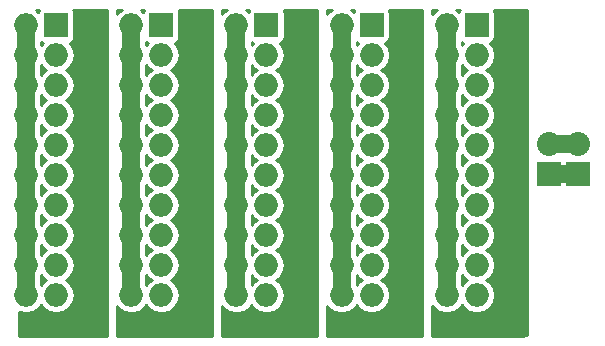
<source format=gbl>
G04 #@! TF.GenerationSoftware,KiCad,Pcbnew,(2017-01-20 revision 550a1ea)-makepkg*
G04 #@! TF.CreationDate,2017-01-21T19:12:54+01:00*
G04 #@! TF.ProjectId,dekada,64656B6164612E6B696361645F706362,rev?*
G04 #@! TF.FileFunction,Copper,L2,Bot,Signal*
G04 #@! TF.FilePolarity,Positive*
%FSLAX46Y46*%
G04 Gerber Fmt 4.6, Leading zero omitted, Abs format (unit mm)*
G04 Created by KiCad (PCBNEW (2017-01-20 revision 550a1ea)-makepkg) date 01/21/17 19:12:54*
%MOMM*%
%LPD*%
G01*
G04 APERTURE LIST*
%ADD10C,0.050000*%
%ADD11O,2.000000X2.000000*%
%ADD12R,2.000000X2.000000*%
%ADD13O,2.032000X2.032000*%
%ADD14R,2.032000X2.032000*%
%ADD15C,1.500000*%
%ADD16C,0.254000*%
G04 APERTURE END LIST*
D10*
D11*
X-47755712Y-14161748D03*
X-45215712Y-14161748D03*
X-47755712Y-11621748D03*
X-45215712Y-11621748D03*
X-47755712Y-9081748D03*
X-45215712Y-9081748D03*
X-47755712Y-6541748D03*
X-45215712Y-6541748D03*
X-47755712Y-4001748D03*
X-45215712Y-4001748D03*
X-47755712Y-1461748D03*
X-45215712Y-1461748D03*
X-47755712Y1078252D03*
X-45215712Y1078252D03*
X-47755712Y3618252D03*
X-45215712Y3618252D03*
X-47755712Y6158252D03*
X-45215712Y6158252D03*
X-47755712Y8698252D03*
D12*
X-45215712Y8698252D03*
D13*
X-1000000Y-1379073D03*
D14*
X-1000000Y-3919073D03*
X-3484656Y-3909071D03*
D13*
X-3484656Y-1369071D03*
D11*
X-38855712Y-14161748D03*
X-36315712Y-14161748D03*
X-38855712Y-11621748D03*
X-36315712Y-11621748D03*
X-38855712Y-9081748D03*
X-36315712Y-9081748D03*
X-38855712Y-6541748D03*
X-36315712Y-6541748D03*
X-38855712Y-4001748D03*
X-36315712Y-4001748D03*
X-38855712Y-1461748D03*
X-36315712Y-1461748D03*
X-38855712Y1078252D03*
X-36315712Y1078252D03*
X-38855712Y3618252D03*
X-36315712Y3618252D03*
X-38855712Y6158252D03*
X-36315712Y6158252D03*
X-38855712Y8698252D03*
D12*
X-36315712Y8698252D03*
D11*
X-29955712Y-14161748D03*
X-27415712Y-14161748D03*
X-29955712Y-11621748D03*
X-27415712Y-11621748D03*
X-29955712Y-9081748D03*
X-27415712Y-9081748D03*
X-29955712Y-6541748D03*
X-27415712Y-6541748D03*
X-29955712Y-4001748D03*
X-27415712Y-4001748D03*
X-29955712Y-1461748D03*
X-27415712Y-1461748D03*
X-29955712Y1078252D03*
X-27415712Y1078252D03*
X-29955712Y3618252D03*
X-27415712Y3618252D03*
X-29955712Y6158252D03*
X-27415712Y6158252D03*
X-29955712Y8698252D03*
D12*
X-27415712Y8698252D03*
D11*
X-21055712Y-14161748D03*
X-18515712Y-14161748D03*
X-21055712Y-11621748D03*
X-18515712Y-11621748D03*
X-21055712Y-9081748D03*
X-18515712Y-9081748D03*
X-21055712Y-6541748D03*
X-18515712Y-6541748D03*
X-21055712Y-4001748D03*
X-18515712Y-4001748D03*
X-21055712Y-1461748D03*
X-18515712Y-1461748D03*
X-21055712Y1078252D03*
X-18515712Y1078252D03*
X-21055712Y3618252D03*
X-18515712Y3618252D03*
X-21055712Y6158252D03*
X-18515712Y6158252D03*
X-21055712Y8698252D03*
D12*
X-18515712Y8698252D03*
X-9615712Y8698252D03*
D11*
X-12155712Y8698252D03*
X-9615712Y6158252D03*
X-12155712Y6158252D03*
X-9615712Y3618252D03*
X-12155712Y3618252D03*
X-9615712Y1078252D03*
X-12155712Y1078252D03*
X-9615712Y-1461748D03*
X-12155712Y-1461748D03*
X-9615712Y-4001748D03*
X-12155712Y-4001748D03*
X-9615712Y-6541748D03*
X-12155712Y-6541748D03*
X-9615712Y-9081748D03*
X-12155712Y-9081748D03*
X-9615712Y-11621748D03*
X-12155712Y-11621748D03*
X-9615712Y-14161748D03*
X-12155712Y-14161748D03*
D15*
X-1000000Y-3919073D02*
X-3474654Y-3919073D01*
X-1000000Y-1379073D02*
X-3474654Y-1379073D01*
X-47755712Y8698252D02*
X-47755712Y-14161748D01*
X-38855712Y8698252D02*
X-38855712Y-14161748D01*
X-29955712Y8698252D02*
X-29955712Y-14161748D01*
X-21055712Y8698252D02*
X-21055712Y-14161748D01*
X-12155712Y8698252D02*
X-12155712Y-14161748D01*
D16*
G36*
X-5325366Y-17516797D02*
X-5761795Y-17603608D01*
X-13375502Y-17603608D01*
X-13375502Y-15076691D01*
X-13265380Y-15241500D01*
X-12769986Y-15572512D01*
X-12185628Y-15688748D01*
X-12125796Y-15688748D01*
X-11541438Y-15572512D01*
X-11046044Y-15241500D01*
X-10885712Y-15001546D01*
X-10725380Y-15241500D01*
X-10229986Y-15572512D01*
X-9645628Y-15688748D01*
X-9585796Y-15688748D01*
X-9001438Y-15572512D01*
X-8506044Y-15241500D01*
X-8175032Y-14746106D01*
X-8058796Y-14161748D01*
X-8175032Y-13577390D01*
X-8506044Y-13081996D01*
X-8790770Y-12891748D01*
X-8506044Y-12701500D01*
X-8175032Y-12206106D01*
X-8058796Y-11621748D01*
X-8175032Y-11037390D01*
X-8506044Y-10541996D01*
X-8790770Y-10351748D01*
X-8506044Y-10161500D01*
X-8175032Y-9666106D01*
X-8058796Y-9081748D01*
X-8175032Y-8497390D01*
X-8506044Y-8001996D01*
X-8790770Y-7811748D01*
X-8506044Y-7621500D01*
X-8175032Y-7126106D01*
X-8058796Y-6541748D01*
X-8175032Y-5957390D01*
X-8506044Y-5461996D01*
X-8790770Y-5271748D01*
X-8506044Y-5081500D01*
X-8175032Y-4586106D01*
X-8058796Y-4001748D01*
X-8175032Y-3417390D01*
X-8506044Y-2921996D01*
X-8790770Y-2731748D01*
X-8506044Y-2541500D01*
X-8175032Y-2046106D01*
X-8058796Y-1461748D01*
X-8175032Y-877390D01*
X-8506044Y-381996D01*
X-8790770Y-191748D01*
X-8506044Y-1500D01*
X-8175032Y493894D01*
X-8058796Y1078252D01*
X-8175032Y1662610D01*
X-8506044Y2158004D01*
X-8790770Y2348252D01*
X-8506044Y2538500D01*
X-8175032Y3033894D01*
X-8058796Y3618252D01*
X-8175032Y4202610D01*
X-8506044Y4698004D01*
X-8790770Y4888252D01*
X-8506044Y5078500D01*
X-8175032Y5573894D01*
X-8058796Y6158252D01*
X-8175032Y6742610D01*
X-8473451Y7189225D01*
X-8410087Y7201829D01*
X-8235767Y7318307D01*
X-8119289Y7492627D01*
X-8078388Y7698252D01*
X-8078388Y9698252D01*
X-8119289Y9903877D01*
X-8161729Y9967392D01*
X-5329483Y9967392D01*
X-5325366Y-17516797D01*
X-5325366Y-17516797D01*
G37*
X-5325366Y-17516797D02*
X-5761795Y-17603608D01*
X-13375502Y-17603608D01*
X-13375502Y-15076691D01*
X-13265380Y-15241500D01*
X-12769986Y-15572512D01*
X-12185628Y-15688748D01*
X-12125796Y-15688748D01*
X-11541438Y-15572512D01*
X-11046044Y-15241500D01*
X-10885712Y-15001546D01*
X-10725380Y-15241500D01*
X-10229986Y-15572512D01*
X-9645628Y-15688748D01*
X-9585796Y-15688748D01*
X-9001438Y-15572512D01*
X-8506044Y-15241500D01*
X-8175032Y-14746106D01*
X-8058796Y-14161748D01*
X-8175032Y-13577390D01*
X-8506044Y-13081996D01*
X-8790770Y-12891748D01*
X-8506044Y-12701500D01*
X-8175032Y-12206106D01*
X-8058796Y-11621748D01*
X-8175032Y-11037390D01*
X-8506044Y-10541996D01*
X-8790770Y-10351748D01*
X-8506044Y-10161500D01*
X-8175032Y-9666106D01*
X-8058796Y-9081748D01*
X-8175032Y-8497390D01*
X-8506044Y-8001996D01*
X-8790770Y-7811748D01*
X-8506044Y-7621500D01*
X-8175032Y-7126106D01*
X-8058796Y-6541748D01*
X-8175032Y-5957390D01*
X-8506044Y-5461996D01*
X-8790770Y-5271748D01*
X-8506044Y-5081500D01*
X-8175032Y-4586106D01*
X-8058796Y-4001748D01*
X-8175032Y-3417390D01*
X-8506044Y-2921996D01*
X-8790770Y-2731748D01*
X-8506044Y-2541500D01*
X-8175032Y-2046106D01*
X-8058796Y-1461748D01*
X-8175032Y-877390D01*
X-8506044Y-381996D01*
X-8790770Y-191748D01*
X-8506044Y-1500D01*
X-8175032Y493894D01*
X-8058796Y1078252D01*
X-8175032Y1662610D01*
X-8506044Y2158004D01*
X-8790770Y2348252D01*
X-8506044Y2538500D01*
X-8175032Y3033894D01*
X-8058796Y3618252D01*
X-8175032Y4202610D01*
X-8506044Y4698004D01*
X-8790770Y4888252D01*
X-8506044Y5078500D01*
X-8175032Y5573894D01*
X-8058796Y6158252D01*
X-8175032Y6742610D01*
X-8473451Y7189225D01*
X-8410087Y7201829D01*
X-8235767Y7318307D01*
X-8119289Y7492627D01*
X-8078388Y7698252D01*
X-8078388Y9698252D01*
X-8119289Y9903877D01*
X-8161729Y9967392D01*
X-5329483Y9967392D01*
X-5325366Y-17516797D01*
G36*
X-10725380Y-12701500D02*
X-10440654Y-12891748D01*
X-10725380Y-13081996D01*
X-10878712Y-13311473D01*
X-10878712Y-12472023D01*
X-10725380Y-12701500D01*
X-10725380Y-12701500D01*
G37*
X-10725380Y-12701500D02*
X-10440654Y-12891748D01*
X-10725380Y-13081996D01*
X-10878712Y-13311473D01*
X-10878712Y-12472023D01*
X-10725380Y-12701500D01*
G36*
X-10725380Y-10161500D02*
X-10440654Y-10351748D01*
X-10725380Y-10541996D01*
X-10878712Y-10771473D01*
X-10878712Y-9932023D01*
X-10725380Y-10161500D01*
X-10725380Y-10161500D01*
G37*
X-10725380Y-10161500D02*
X-10440654Y-10351748D01*
X-10725380Y-10541996D01*
X-10878712Y-10771473D01*
X-10878712Y-9932023D01*
X-10725380Y-10161500D01*
G36*
X-10725380Y-7621500D02*
X-10440654Y-7811748D01*
X-10725380Y-8001996D01*
X-10878712Y-8231473D01*
X-10878712Y-7392023D01*
X-10725380Y-7621500D01*
X-10725380Y-7621500D01*
G37*
X-10725380Y-7621500D02*
X-10440654Y-7811748D01*
X-10725380Y-8001996D01*
X-10878712Y-8231473D01*
X-10878712Y-7392023D01*
X-10725380Y-7621500D01*
G36*
X-10725380Y-5081500D02*
X-10440654Y-5271748D01*
X-10725380Y-5461996D01*
X-10878712Y-5691473D01*
X-10878712Y-4852023D01*
X-10725380Y-5081500D01*
X-10725380Y-5081500D01*
G37*
X-10725380Y-5081500D02*
X-10440654Y-5271748D01*
X-10725380Y-5461996D01*
X-10878712Y-5691473D01*
X-10878712Y-4852023D01*
X-10725380Y-5081500D01*
G36*
X-10725380Y-2541500D02*
X-10440654Y-2731748D01*
X-10725380Y-2921996D01*
X-10878712Y-3151473D01*
X-10878712Y-2312023D01*
X-10725380Y-2541500D01*
X-10725380Y-2541500D01*
G37*
X-10725380Y-2541500D02*
X-10440654Y-2731748D01*
X-10725380Y-2921996D01*
X-10878712Y-3151473D01*
X-10878712Y-2312023D01*
X-10725380Y-2541500D01*
G36*
X-10725380Y-1500D02*
X-10440654Y-191748D01*
X-10725380Y-381996D01*
X-10878712Y-611473D01*
X-10878712Y227977D01*
X-10725380Y-1500D01*
X-10725380Y-1500D01*
G37*
X-10725380Y-1500D02*
X-10440654Y-191748D01*
X-10725380Y-381996D01*
X-10878712Y-611473D01*
X-10878712Y227977D01*
X-10725380Y-1500D01*
G36*
X-10725380Y2538500D02*
X-10440654Y2348252D01*
X-10725380Y2158004D01*
X-10878712Y1928527D01*
X-10878712Y2767977D01*
X-10725380Y2538500D01*
X-10725380Y2538500D01*
G37*
X-10725380Y2538500D02*
X-10440654Y2348252D01*
X-10725380Y2158004D01*
X-10878712Y1928527D01*
X-10878712Y2767977D01*
X-10725380Y2538500D01*
G36*
X-10725380Y5078500D02*
X-10440654Y4888252D01*
X-10725380Y4698004D01*
X-10878712Y4468527D01*
X-10878712Y5307977D01*
X-10725380Y5078500D01*
X-10725380Y5078500D01*
G37*
X-10725380Y5078500D02*
X-10440654Y4888252D01*
X-10725380Y4698004D01*
X-10878712Y4468527D01*
X-10878712Y5307977D01*
X-10725380Y5078500D01*
G36*
X-10821337Y7201829D02*
X-10757973Y7189225D01*
X-10878712Y7008527D01*
X-10878712Y7240166D01*
X-10821337Y7201829D01*
X-10821337Y7201829D01*
G37*
X-10821337Y7201829D02*
X-10757973Y7189225D01*
X-10878712Y7008527D01*
X-10878712Y7240166D01*
X-10821337Y7201829D01*
G36*
X-13265380Y9778004D02*
X-13375502Y9613195D01*
X-13375502Y9967392D01*
X-12981941Y9967392D01*
X-13265380Y9778004D01*
X-13265380Y9778004D01*
G37*
X-13265380Y9778004D02*
X-13375502Y9613195D01*
X-13375502Y9967392D01*
X-12981941Y9967392D01*
X-13265380Y9778004D01*
G36*
X-11112135Y9903877D02*
X-11126482Y9831751D01*
X-11329483Y9967392D01*
X-11069695Y9967392D01*
X-11112135Y9903877D01*
X-11112135Y9903877D01*
G37*
X-11112135Y9903877D02*
X-11126482Y9831751D01*
X-11329483Y9967392D01*
X-11069695Y9967392D01*
X-11112135Y9903877D01*
G36*
X-14225353Y-17603608D02*
X-22275502Y-17603608D01*
X-22275502Y-15076691D01*
X-22165380Y-15241500D01*
X-21669986Y-15572512D01*
X-21085628Y-15688748D01*
X-21025796Y-15688748D01*
X-20441438Y-15572512D01*
X-19946044Y-15241500D01*
X-19785712Y-15001546D01*
X-19625380Y-15241500D01*
X-19129986Y-15572512D01*
X-18545628Y-15688748D01*
X-18485796Y-15688748D01*
X-17901438Y-15572512D01*
X-17406044Y-15241500D01*
X-17075032Y-14746106D01*
X-16958796Y-14161748D01*
X-17075032Y-13577390D01*
X-17406044Y-13081996D01*
X-17690770Y-12891748D01*
X-17406044Y-12701500D01*
X-17075032Y-12206106D01*
X-16958796Y-11621748D01*
X-17075032Y-11037390D01*
X-17406044Y-10541996D01*
X-17690770Y-10351748D01*
X-17406044Y-10161500D01*
X-17075032Y-9666106D01*
X-16958796Y-9081748D01*
X-17075032Y-8497390D01*
X-17406044Y-8001996D01*
X-17690770Y-7811748D01*
X-17406044Y-7621500D01*
X-17075032Y-7126106D01*
X-16958796Y-6541748D01*
X-17075032Y-5957390D01*
X-17406044Y-5461996D01*
X-17690770Y-5271748D01*
X-17406044Y-5081500D01*
X-17075032Y-4586106D01*
X-16958796Y-4001748D01*
X-17075032Y-3417390D01*
X-17406044Y-2921996D01*
X-17690770Y-2731748D01*
X-17406044Y-2541500D01*
X-17075032Y-2046106D01*
X-16958796Y-1461748D01*
X-17075032Y-877390D01*
X-17406044Y-381996D01*
X-17690770Y-191748D01*
X-17406044Y-1500D01*
X-17075032Y493894D01*
X-16958796Y1078252D01*
X-17075032Y1662610D01*
X-17406044Y2158004D01*
X-17690770Y2348252D01*
X-17406044Y2538500D01*
X-17075032Y3033894D01*
X-16958796Y3618252D01*
X-17075032Y4202610D01*
X-17406044Y4698004D01*
X-17690770Y4888252D01*
X-17406044Y5078500D01*
X-17075032Y5573894D01*
X-16958796Y6158252D01*
X-17075032Y6742610D01*
X-17373451Y7189225D01*
X-17310087Y7201829D01*
X-17135767Y7318307D01*
X-17019289Y7492627D01*
X-16978388Y7698252D01*
X-16978388Y9698252D01*
X-17019289Y9903877D01*
X-17061729Y9967392D01*
X-14229483Y9967392D01*
X-14225353Y-17603608D01*
X-14225353Y-17603608D01*
G37*
X-14225353Y-17603608D02*
X-22275502Y-17603608D01*
X-22275502Y-15076691D01*
X-22165380Y-15241500D01*
X-21669986Y-15572512D01*
X-21085628Y-15688748D01*
X-21025796Y-15688748D01*
X-20441438Y-15572512D01*
X-19946044Y-15241500D01*
X-19785712Y-15001546D01*
X-19625380Y-15241500D01*
X-19129986Y-15572512D01*
X-18545628Y-15688748D01*
X-18485796Y-15688748D01*
X-17901438Y-15572512D01*
X-17406044Y-15241500D01*
X-17075032Y-14746106D01*
X-16958796Y-14161748D01*
X-17075032Y-13577390D01*
X-17406044Y-13081996D01*
X-17690770Y-12891748D01*
X-17406044Y-12701500D01*
X-17075032Y-12206106D01*
X-16958796Y-11621748D01*
X-17075032Y-11037390D01*
X-17406044Y-10541996D01*
X-17690770Y-10351748D01*
X-17406044Y-10161500D01*
X-17075032Y-9666106D01*
X-16958796Y-9081748D01*
X-17075032Y-8497390D01*
X-17406044Y-8001996D01*
X-17690770Y-7811748D01*
X-17406044Y-7621500D01*
X-17075032Y-7126106D01*
X-16958796Y-6541748D01*
X-17075032Y-5957390D01*
X-17406044Y-5461996D01*
X-17690770Y-5271748D01*
X-17406044Y-5081500D01*
X-17075032Y-4586106D01*
X-16958796Y-4001748D01*
X-17075032Y-3417390D01*
X-17406044Y-2921996D01*
X-17690770Y-2731748D01*
X-17406044Y-2541500D01*
X-17075032Y-2046106D01*
X-16958796Y-1461748D01*
X-17075032Y-877390D01*
X-17406044Y-381996D01*
X-17690770Y-191748D01*
X-17406044Y-1500D01*
X-17075032Y493894D01*
X-16958796Y1078252D01*
X-17075032Y1662610D01*
X-17406044Y2158004D01*
X-17690770Y2348252D01*
X-17406044Y2538500D01*
X-17075032Y3033894D01*
X-16958796Y3618252D01*
X-17075032Y4202610D01*
X-17406044Y4698004D01*
X-17690770Y4888252D01*
X-17406044Y5078500D01*
X-17075032Y5573894D01*
X-16958796Y6158252D01*
X-17075032Y6742610D01*
X-17373451Y7189225D01*
X-17310087Y7201829D01*
X-17135767Y7318307D01*
X-17019289Y7492627D01*
X-16978388Y7698252D01*
X-16978388Y9698252D01*
X-17019289Y9903877D01*
X-17061729Y9967392D01*
X-14229483Y9967392D01*
X-14225353Y-17603608D01*
G36*
X-19625380Y-12701500D02*
X-19340654Y-12891748D01*
X-19625380Y-13081996D01*
X-19778712Y-13311473D01*
X-19778712Y-12472023D01*
X-19625380Y-12701500D01*
X-19625380Y-12701500D01*
G37*
X-19625380Y-12701500D02*
X-19340654Y-12891748D01*
X-19625380Y-13081996D01*
X-19778712Y-13311473D01*
X-19778712Y-12472023D01*
X-19625380Y-12701500D01*
G36*
X-19625380Y-10161500D02*
X-19340654Y-10351748D01*
X-19625380Y-10541996D01*
X-19778712Y-10771473D01*
X-19778712Y-9932023D01*
X-19625380Y-10161500D01*
X-19625380Y-10161500D01*
G37*
X-19625380Y-10161500D02*
X-19340654Y-10351748D01*
X-19625380Y-10541996D01*
X-19778712Y-10771473D01*
X-19778712Y-9932023D01*
X-19625380Y-10161500D01*
G36*
X-19625380Y-7621500D02*
X-19340654Y-7811748D01*
X-19625380Y-8001996D01*
X-19778712Y-8231473D01*
X-19778712Y-7392023D01*
X-19625380Y-7621500D01*
X-19625380Y-7621500D01*
G37*
X-19625380Y-7621500D02*
X-19340654Y-7811748D01*
X-19625380Y-8001996D01*
X-19778712Y-8231473D01*
X-19778712Y-7392023D01*
X-19625380Y-7621500D01*
G36*
X-19625380Y-5081500D02*
X-19340654Y-5271748D01*
X-19625380Y-5461996D01*
X-19778712Y-5691473D01*
X-19778712Y-4852023D01*
X-19625380Y-5081500D01*
X-19625380Y-5081500D01*
G37*
X-19625380Y-5081500D02*
X-19340654Y-5271748D01*
X-19625380Y-5461996D01*
X-19778712Y-5691473D01*
X-19778712Y-4852023D01*
X-19625380Y-5081500D01*
G36*
X-19625380Y-2541500D02*
X-19340654Y-2731748D01*
X-19625380Y-2921996D01*
X-19778712Y-3151473D01*
X-19778712Y-2312023D01*
X-19625380Y-2541500D01*
X-19625380Y-2541500D01*
G37*
X-19625380Y-2541500D02*
X-19340654Y-2731748D01*
X-19625380Y-2921996D01*
X-19778712Y-3151473D01*
X-19778712Y-2312023D01*
X-19625380Y-2541500D01*
G36*
X-19625380Y-1500D02*
X-19340654Y-191748D01*
X-19625380Y-381996D01*
X-19778712Y-611473D01*
X-19778712Y227977D01*
X-19625380Y-1500D01*
X-19625380Y-1500D01*
G37*
X-19625380Y-1500D02*
X-19340654Y-191748D01*
X-19625380Y-381996D01*
X-19778712Y-611473D01*
X-19778712Y227977D01*
X-19625380Y-1500D01*
G36*
X-19625380Y2538500D02*
X-19340654Y2348252D01*
X-19625380Y2158004D01*
X-19778712Y1928527D01*
X-19778712Y2767977D01*
X-19625380Y2538500D01*
X-19625380Y2538500D01*
G37*
X-19625380Y2538500D02*
X-19340654Y2348252D01*
X-19625380Y2158004D01*
X-19778712Y1928527D01*
X-19778712Y2767977D01*
X-19625380Y2538500D01*
G36*
X-19625380Y5078500D02*
X-19340654Y4888252D01*
X-19625380Y4698004D01*
X-19778712Y4468527D01*
X-19778712Y5307977D01*
X-19625380Y5078500D01*
X-19625380Y5078500D01*
G37*
X-19625380Y5078500D02*
X-19340654Y4888252D01*
X-19625380Y4698004D01*
X-19778712Y4468527D01*
X-19778712Y5307977D01*
X-19625380Y5078500D01*
G36*
X-19721337Y7201829D02*
X-19657973Y7189225D01*
X-19778712Y7008527D01*
X-19778712Y7240166D01*
X-19721337Y7201829D01*
X-19721337Y7201829D01*
G37*
X-19721337Y7201829D02*
X-19657973Y7189225D01*
X-19778712Y7008527D01*
X-19778712Y7240166D01*
X-19721337Y7201829D01*
G36*
X-22165380Y9778004D02*
X-22275502Y9613195D01*
X-22275502Y9967392D01*
X-21881941Y9967392D01*
X-22165380Y9778004D01*
X-22165380Y9778004D01*
G37*
X-22165380Y9778004D02*
X-22275502Y9613195D01*
X-22275502Y9967392D01*
X-21881941Y9967392D01*
X-22165380Y9778004D01*
G36*
X-20012135Y9903877D02*
X-20026482Y9831751D01*
X-20229483Y9967392D01*
X-19969695Y9967392D01*
X-20012135Y9903877D01*
X-20012135Y9903877D01*
G37*
X-20012135Y9903877D02*
X-20026482Y9831751D01*
X-20229483Y9967392D01*
X-19969695Y9967392D01*
X-20012135Y9903877D01*
G36*
X-23125353Y-17603608D02*
X-31175502Y-17603608D01*
X-31175502Y-15076691D01*
X-31065380Y-15241500D01*
X-30569986Y-15572512D01*
X-29985628Y-15688748D01*
X-29925796Y-15688748D01*
X-29341438Y-15572512D01*
X-28846044Y-15241500D01*
X-28685712Y-15001546D01*
X-28525380Y-15241500D01*
X-28029986Y-15572512D01*
X-27445628Y-15688748D01*
X-27385796Y-15688748D01*
X-26801438Y-15572512D01*
X-26306044Y-15241500D01*
X-25975032Y-14746106D01*
X-25858796Y-14161748D01*
X-25975032Y-13577390D01*
X-26306044Y-13081996D01*
X-26590770Y-12891748D01*
X-26306044Y-12701500D01*
X-25975032Y-12206106D01*
X-25858796Y-11621748D01*
X-25975032Y-11037390D01*
X-26306044Y-10541996D01*
X-26590770Y-10351748D01*
X-26306044Y-10161500D01*
X-25975032Y-9666106D01*
X-25858796Y-9081748D01*
X-25975032Y-8497390D01*
X-26306044Y-8001996D01*
X-26590770Y-7811748D01*
X-26306044Y-7621500D01*
X-25975032Y-7126106D01*
X-25858796Y-6541748D01*
X-25975032Y-5957390D01*
X-26306044Y-5461996D01*
X-26590770Y-5271748D01*
X-26306044Y-5081500D01*
X-25975032Y-4586106D01*
X-25858796Y-4001748D01*
X-25975032Y-3417390D01*
X-26306044Y-2921996D01*
X-26590770Y-2731748D01*
X-26306044Y-2541500D01*
X-25975032Y-2046106D01*
X-25858796Y-1461748D01*
X-25975032Y-877390D01*
X-26306044Y-381996D01*
X-26590770Y-191748D01*
X-26306044Y-1500D01*
X-25975032Y493894D01*
X-25858796Y1078252D01*
X-25975032Y1662610D01*
X-26306044Y2158004D01*
X-26590770Y2348252D01*
X-26306044Y2538500D01*
X-25975032Y3033894D01*
X-25858796Y3618252D01*
X-25975032Y4202610D01*
X-26306044Y4698004D01*
X-26590770Y4888252D01*
X-26306044Y5078500D01*
X-25975032Y5573894D01*
X-25858796Y6158252D01*
X-25975032Y6742610D01*
X-26273451Y7189225D01*
X-26210087Y7201829D01*
X-26035767Y7318307D01*
X-25919289Y7492627D01*
X-25878388Y7698252D01*
X-25878388Y9698252D01*
X-25919289Y9903877D01*
X-25961729Y9967392D01*
X-23129483Y9967392D01*
X-23125353Y-17603608D01*
X-23125353Y-17603608D01*
G37*
X-23125353Y-17603608D02*
X-31175502Y-17603608D01*
X-31175502Y-15076691D01*
X-31065380Y-15241500D01*
X-30569986Y-15572512D01*
X-29985628Y-15688748D01*
X-29925796Y-15688748D01*
X-29341438Y-15572512D01*
X-28846044Y-15241500D01*
X-28685712Y-15001546D01*
X-28525380Y-15241500D01*
X-28029986Y-15572512D01*
X-27445628Y-15688748D01*
X-27385796Y-15688748D01*
X-26801438Y-15572512D01*
X-26306044Y-15241500D01*
X-25975032Y-14746106D01*
X-25858796Y-14161748D01*
X-25975032Y-13577390D01*
X-26306044Y-13081996D01*
X-26590770Y-12891748D01*
X-26306044Y-12701500D01*
X-25975032Y-12206106D01*
X-25858796Y-11621748D01*
X-25975032Y-11037390D01*
X-26306044Y-10541996D01*
X-26590770Y-10351748D01*
X-26306044Y-10161500D01*
X-25975032Y-9666106D01*
X-25858796Y-9081748D01*
X-25975032Y-8497390D01*
X-26306044Y-8001996D01*
X-26590770Y-7811748D01*
X-26306044Y-7621500D01*
X-25975032Y-7126106D01*
X-25858796Y-6541748D01*
X-25975032Y-5957390D01*
X-26306044Y-5461996D01*
X-26590770Y-5271748D01*
X-26306044Y-5081500D01*
X-25975032Y-4586106D01*
X-25858796Y-4001748D01*
X-25975032Y-3417390D01*
X-26306044Y-2921996D01*
X-26590770Y-2731748D01*
X-26306044Y-2541500D01*
X-25975032Y-2046106D01*
X-25858796Y-1461748D01*
X-25975032Y-877390D01*
X-26306044Y-381996D01*
X-26590770Y-191748D01*
X-26306044Y-1500D01*
X-25975032Y493894D01*
X-25858796Y1078252D01*
X-25975032Y1662610D01*
X-26306044Y2158004D01*
X-26590770Y2348252D01*
X-26306044Y2538500D01*
X-25975032Y3033894D01*
X-25858796Y3618252D01*
X-25975032Y4202610D01*
X-26306044Y4698004D01*
X-26590770Y4888252D01*
X-26306044Y5078500D01*
X-25975032Y5573894D01*
X-25858796Y6158252D01*
X-25975032Y6742610D01*
X-26273451Y7189225D01*
X-26210087Y7201829D01*
X-26035767Y7318307D01*
X-25919289Y7492627D01*
X-25878388Y7698252D01*
X-25878388Y9698252D01*
X-25919289Y9903877D01*
X-25961729Y9967392D01*
X-23129483Y9967392D01*
X-23125353Y-17603608D01*
G36*
X-28525380Y-12701500D02*
X-28240654Y-12891748D01*
X-28525380Y-13081996D01*
X-28678712Y-13311473D01*
X-28678712Y-12472023D01*
X-28525380Y-12701500D01*
X-28525380Y-12701500D01*
G37*
X-28525380Y-12701500D02*
X-28240654Y-12891748D01*
X-28525380Y-13081996D01*
X-28678712Y-13311473D01*
X-28678712Y-12472023D01*
X-28525380Y-12701500D01*
G36*
X-28525380Y-10161500D02*
X-28240654Y-10351748D01*
X-28525380Y-10541996D01*
X-28678712Y-10771473D01*
X-28678712Y-9932023D01*
X-28525380Y-10161500D01*
X-28525380Y-10161500D01*
G37*
X-28525380Y-10161500D02*
X-28240654Y-10351748D01*
X-28525380Y-10541996D01*
X-28678712Y-10771473D01*
X-28678712Y-9932023D01*
X-28525380Y-10161500D01*
G36*
X-28525380Y-7621500D02*
X-28240654Y-7811748D01*
X-28525380Y-8001996D01*
X-28678712Y-8231473D01*
X-28678712Y-7392023D01*
X-28525380Y-7621500D01*
X-28525380Y-7621500D01*
G37*
X-28525380Y-7621500D02*
X-28240654Y-7811748D01*
X-28525380Y-8001996D01*
X-28678712Y-8231473D01*
X-28678712Y-7392023D01*
X-28525380Y-7621500D01*
G36*
X-28525380Y-5081500D02*
X-28240654Y-5271748D01*
X-28525380Y-5461996D01*
X-28678712Y-5691473D01*
X-28678712Y-4852023D01*
X-28525380Y-5081500D01*
X-28525380Y-5081500D01*
G37*
X-28525380Y-5081500D02*
X-28240654Y-5271748D01*
X-28525380Y-5461996D01*
X-28678712Y-5691473D01*
X-28678712Y-4852023D01*
X-28525380Y-5081500D01*
G36*
X-28525380Y-2541500D02*
X-28240654Y-2731748D01*
X-28525380Y-2921996D01*
X-28678712Y-3151473D01*
X-28678712Y-2312023D01*
X-28525380Y-2541500D01*
X-28525380Y-2541500D01*
G37*
X-28525380Y-2541500D02*
X-28240654Y-2731748D01*
X-28525380Y-2921996D01*
X-28678712Y-3151473D01*
X-28678712Y-2312023D01*
X-28525380Y-2541500D01*
G36*
X-28525380Y-1500D02*
X-28240654Y-191748D01*
X-28525380Y-381996D01*
X-28678712Y-611473D01*
X-28678712Y227977D01*
X-28525380Y-1500D01*
X-28525380Y-1500D01*
G37*
X-28525380Y-1500D02*
X-28240654Y-191748D01*
X-28525380Y-381996D01*
X-28678712Y-611473D01*
X-28678712Y227977D01*
X-28525380Y-1500D01*
G36*
X-28525380Y2538500D02*
X-28240654Y2348252D01*
X-28525380Y2158004D01*
X-28678712Y1928527D01*
X-28678712Y2767977D01*
X-28525380Y2538500D01*
X-28525380Y2538500D01*
G37*
X-28525380Y2538500D02*
X-28240654Y2348252D01*
X-28525380Y2158004D01*
X-28678712Y1928527D01*
X-28678712Y2767977D01*
X-28525380Y2538500D01*
G36*
X-28525380Y5078500D02*
X-28240654Y4888252D01*
X-28525380Y4698004D01*
X-28678712Y4468527D01*
X-28678712Y5307977D01*
X-28525380Y5078500D01*
X-28525380Y5078500D01*
G37*
X-28525380Y5078500D02*
X-28240654Y4888252D01*
X-28525380Y4698004D01*
X-28678712Y4468527D01*
X-28678712Y5307977D01*
X-28525380Y5078500D01*
G36*
X-28621337Y7201829D02*
X-28557973Y7189225D01*
X-28678712Y7008527D01*
X-28678712Y7240166D01*
X-28621337Y7201829D01*
X-28621337Y7201829D01*
G37*
X-28621337Y7201829D02*
X-28557973Y7189225D01*
X-28678712Y7008527D01*
X-28678712Y7240166D01*
X-28621337Y7201829D01*
G36*
X-31065380Y9778004D02*
X-31175502Y9613195D01*
X-31175502Y9967392D01*
X-30781941Y9967392D01*
X-31065380Y9778004D01*
X-31065380Y9778004D01*
G37*
X-31065380Y9778004D02*
X-31175502Y9613195D01*
X-31175502Y9967392D01*
X-30781941Y9967392D01*
X-31065380Y9778004D01*
G36*
X-28912135Y9903877D02*
X-28926482Y9831751D01*
X-29129483Y9967392D01*
X-28869695Y9967392D01*
X-28912135Y9903877D01*
X-28912135Y9903877D01*
G37*
X-28912135Y9903877D02*
X-28926482Y9831751D01*
X-29129483Y9967392D01*
X-28869695Y9967392D01*
X-28912135Y9903877D01*
G36*
X-32025353Y-17603608D02*
X-40075502Y-17603608D01*
X-40075502Y-15076691D01*
X-39965380Y-15241500D01*
X-39469986Y-15572512D01*
X-38885628Y-15688748D01*
X-38825796Y-15688748D01*
X-38241438Y-15572512D01*
X-37746044Y-15241500D01*
X-37585712Y-15001546D01*
X-37425380Y-15241500D01*
X-36929986Y-15572512D01*
X-36345628Y-15688748D01*
X-36285796Y-15688748D01*
X-35701438Y-15572512D01*
X-35206044Y-15241500D01*
X-34875032Y-14746106D01*
X-34758796Y-14161748D01*
X-34875032Y-13577390D01*
X-35206044Y-13081996D01*
X-35490770Y-12891748D01*
X-35206044Y-12701500D01*
X-34875032Y-12206106D01*
X-34758796Y-11621748D01*
X-34875032Y-11037390D01*
X-35206044Y-10541996D01*
X-35490770Y-10351748D01*
X-35206044Y-10161500D01*
X-34875032Y-9666106D01*
X-34758796Y-9081748D01*
X-34875032Y-8497390D01*
X-35206044Y-8001996D01*
X-35490770Y-7811748D01*
X-35206044Y-7621500D01*
X-34875032Y-7126106D01*
X-34758796Y-6541748D01*
X-34875032Y-5957390D01*
X-35206044Y-5461996D01*
X-35490770Y-5271748D01*
X-35206044Y-5081500D01*
X-34875032Y-4586106D01*
X-34758796Y-4001748D01*
X-34875032Y-3417390D01*
X-35206044Y-2921996D01*
X-35490770Y-2731748D01*
X-35206044Y-2541500D01*
X-34875032Y-2046106D01*
X-34758796Y-1461748D01*
X-34875032Y-877390D01*
X-35206044Y-381996D01*
X-35490770Y-191748D01*
X-35206044Y-1500D01*
X-34875032Y493894D01*
X-34758796Y1078252D01*
X-34875032Y1662610D01*
X-35206044Y2158004D01*
X-35490770Y2348252D01*
X-35206044Y2538500D01*
X-34875032Y3033894D01*
X-34758796Y3618252D01*
X-34875032Y4202610D01*
X-35206044Y4698004D01*
X-35490770Y4888252D01*
X-35206044Y5078500D01*
X-34875032Y5573894D01*
X-34758796Y6158252D01*
X-34875032Y6742610D01*
X-35173451Y7189225D01*
X-35110087Y7201829D01*
X-34935767Y7318307D01*
X-34819289Y7492627D01*
X-34778388Y7698252D01*
X-34778388Y9698252D01*
X-34819289Y9903877D01*
X-34861729Y9967392D01*
X-32029483Y9967392D01*
X-32025353Y-17603608D01*
X-32025353Y-17603608D01*
G37*
X-32025353Y-17603608D02*
X-40075502Y-17603608D01*
X-40075502Y-15076691D01*
X-39965380Y-15241500D01*
X-39469986Y-15572512D01*
X-38885628Y-15688748D01*
X-38825796Y-15688748D01*
X-38241438Y-15572512D01*
X-37746044Y-15241500D01*
X-37585712Y-15001546D01*
X-37425380Y-15241500D01*
X-36929986Y-15572512D01*
X-36345628Y-15688748D01*
X-36285796Y-15688748D01*
X-35701438Y-15572512D01*
X-35206044Y-15241500D01*
X-34875032Y-14746106D01*
X-34758796Y-14161748D01*
X-34875032Y-13577390D01*
X-35206044Y-13081996D01*
X-35490770Y-12891748D01*
X-35206044Y-12701500D01*
X-34875032Y-12206106D01*
X-34758796Y-11621748D01*
X-34875032Y-11037390D01*
X-35206044Y-10541996D01*
X-35490770Y-10351748D01*
X-35206044Y-10161500D01*
X-34875032Y-9666106D01*
X-34758796Y-9081748D01*
X-34875032Y-8497390D01*
X-35206044Y-8001996D01*
X-35490770Y-7811748D01*
X-35206044Y-7621500D01*
X-34875032Y-7126106D01*
X-34758796Y-6541748D01*
X-34875032Y-5957390D01*
X-35206044Y-5461996D01*
X-35490770Y-5271748D01*
X-35206044Y-5081500D01*
X-34875032Y-4586106D01*
X-34758796Y-4001748D01*
X-34875032Y-3417390D01*
X-35206044Y-2921996D01*
X-35490770Y-2731748D01*
X-35206044Y-2541500D01*
X-34875032Y-2046106D01*
X-34758796Y-1461748D01*
X-34875032Y-877390D01*
X-35206044Y-381996D01*
X-35490770Y-191748D01*
X-35206044Y-1500D01*
X-34875032Y493894D01*
X-34758796Y1078252D01*
X-34875032Y1662610D01*
X-35206044Y2158004D01*
X-35490770Y2348252D01*
X-35206044Y2538500D01*
X-34875032Y3033894D01*
X-34758796Y3618252D01*
X-34875032Y4202610D01*
X-35206044Y4698004D01*
X-35490770Y4888252D01*
X-35206044Y5078500D01*
X-34875032Y5573894D01*
X-34758796Y6158252D01*
X-34875032Y6742610D01*
X-35173451Y7189225D01*
X-35110087Y7201829D01*
X-34935767Y7318307D01*
X-34819289Y7492627D01*
X-34778388Y7698252D01*
X-34778388Y9698252D01*
X-34819289Y9903877D01*
X-34861729Y9967392D01*
X-32029483Y9967392D01*
X-32025353Y-17603608D01*
G36*
X-37425380Y-12701500D02*
X-37140654Y-12891748D01*
X-37425380Y-13081996D01*
X-37578712Y-13311473D01*
X-37578712Y-12472023D01*
X-37425380Y-12701500D01*
X-37425380Y-12701500D01*
G37*
X-37425380Y-12701500D02*
X-37140654Y-12891748D01*
X-37425380Y-13081996D01*
X-37578712Y-13311473D01*
X-37578712Y-12472023D01*
X-37425380Y-12701500D01*
G36*
X-37425380Y-10161500D02*
X-37140654Y-10351748D01*
X-37425380Y-10541996D01*
X-37578712Y-10771473D01*
X-37578712Y-9932023D01*
X-37425380Y-10161500D01*
X-37425380Y-10161500D01*
G37*
X-37425380Y-10161500D02*
X-37140654Y-10351748D01*
X-37425380Y-10541996D01*
X-37578712Y-10771473D01*
X-37578712Y-9932023D01*
X-37425380Y-10161500D01*
G36*
X-37425380Y-7621500D02*
X-37140654Y-7811748D01*
X-37425380Y-8001996D01*
X-37578712Y-8231473D01*
X-37578712Y-7392023D01*
X-37425380Y-7621500D01*
X-37425380Y-7621500D01*
G37*
X-37425380Y-7621500D02*
X-37140654Y-7811748D01*
X-37425380Y-8001996D01*
X-37578712Y-8231473D01*
X-37578712Y-7392023D01*
X-37425380Y-7621500D01*
G36*
X-37425380Y-5081500D02*
X-37140654Y-5271748D01*
X-37425380Y-5461996D01*
X-37578712Y-5691473D01*
X-37578712Y-4852023D01*
X-37425380Y-5081500D01*
X-37425380Y-5081500D01*
G37*
X-37425380Y-5081500D02*
X-37140654Y-5271748D01*
X-37425380Y-5461996D01*
X-37578712Y-5691473D01*
X-37578712Y-4852023D01*
X-37425380Y-5081500D01*
G36*
X-37425380Y-2541500D02*
X-37140654Y-2731748D01*
X-37425380Y-2921996D01*
X-37578712Y-3151473D01*
X-37578712Y-2312023D01*
X-37425380Y-2541500D01*
X-37425380Y-2541500D01*
G37*
X-37425380Y-2541500D02*
X-37140654Y-2731748D01*
X-37425380Y-2921996D01*
X-37578712Y-3151473D01*
X-37578712Y-2312023D01*
X-37425380Y-2541500D01*
G36*
X-37425380Y-1500D02*
X-37140654Y-191748D01*
X-37425380Y-381996D01*
X-37578712Y-611473D01*
X-37578712Y227977D01*
X-37425380Y-1500D01*
X-37425380Y-1500D01*
G37*
X-37425380Y-1500D02*
X-37140654Y-191748D01*
X-37425380Y-381996D01*
X-37578712Y-611473D01*
X-37578712Y227977D01*
X-37425380Y-1500D01*
G36*
X-37425380Y2538500D02*
X-37140654Y2348252D01*
X-37425380Y2158004D01*
X-37578712Y1928527D01*
X-37578712Y2767977D01*
X-37425380Y2538500D01*
X-37425380Y2538500D01*
G37*
X-37425380Y2538500D02*
X-37140654Y2348252D01*
X-37425380Y2158004D01*
X-37578712Y1928527D01*
X-37578712Y2767977D01*
X-37425380Y2538500D01*
G36*
X-37425380Y5078500D02*
X-37140654Y4888252D01*
X-37425380Y4698004D01*
X-37578712Y4468527D01*
X-37578712Y5307977D01*
X-37425380Y5078500D01*
X-37425380Y5078500D01*
G37*
X-37425380Y5078500D02*
X-37140654Y4888252D01*
X-37425380Y4698004D01*
X-37578712Y4468527D01*
X-37578712Y5307977D01*
X-37425380Y5078500D01*
G36*
X-37521337Y7201829D02*
X-37457973Y7189225D01*
X-37578712Y7008527D01*
X-37578712Y7240166D01*
X-37521337Y7201829D01*
X-37521337Y7201829D01*
G37*
X-37521337Y7201829D02*
X-37457973Y7189225D01*
X-37578712Y7008527D01*
X-37578712Y7240166D01*
X-37521337Y7201829D01*
G36*
X-39965380Y9778004D02*
X-40075502Y9613195D01*
X-40075502Y9967392D01*
X-39681941Y9967392D01*
X-39965380Y9778004D01*
X-39965380Y9778004D01*
G37*
X-39965380Y9778004D02*
X-40075502Y9613195D01*
X-40075502Y9967392D01*
X-39681941Y9967392D01*
X-39965380Y9778004D01*
G36*
X-37812135Y9903877D02*
X-37826482Y9831751D01*
X-38029483Y9967392D01*
X-37769695Y9967392D01*
X-37812135Y9903877D01*
X-37812135Y9903877D01*
G37*
X-37812135Y9903877D02*
X-37826482Y9831751D01*
X-38029483Y9967392D01*
X-37769695Y9967392D01*
X-37812135Y9903877D01*
G36*
X-40925323Y-17653608D02*
X-48350502Y-17653608D01*
X-48350502Y-15576388D01*
X-47785628Y-15688748D01*
X-47725796Y-15688748D01*
X-47141438Y-15572512D01*
X-46646044Y-15241500D01*
X-46485712Y-15001546D01*
X-46325380Y-15241500D01*
X-45829986Y-15572512D01*
X-45245628Y-15688748D01*
X-45185796Y-15688748D01*
X-44601438Y-15572512D01*
X-44106044Y-15241500D01*
X-43775032Y-14746106D01*
X-43658796Y-14161748D01*
X-43775032Y-13577390D01*
X-44106044Y-13081996D01*
X-44390770Y-12891748D01*
X-44106044Y-12701500D01*
X-43775032Y-12206106D01*
X-43658796Y-11621748D01*
X-43775032Y-11037390D01*
X-44106044Y-10541996D01*
X-44390770Y-10351748D01*
X-44106044Y-10161500D01*
X-43775032Y-9666106D01*
X-43658796Y-9081748D01*
X-43775032Y-8497390D01*
X-44106044Y-8001996D01*
X-44390770Y-7811748D01*
X-44106044Y-7621500D01*
X-43775032Y-7126106D01*
X-43658796Y-6541748D01*
X-43775032Y-5957390D01*
X-44106044Y-5461996D01*
X-44390770Y-5271748D01*
X-44106044Y-5081500D01*
X-43775032Y-4586106D01*
X-43658796Y-4001748D01*
X-43775032Y-3417390D01*
X-44106044Y-2921996D01*
X-44390770Y-2731748D01*
X-44106044Y-2541500D01*
X-43775032Y-2046106D01*
X-43658796Y-1461748D01*
X-43775032Y-877390D01*
X-44106044Y-381996D01*
X-44390770Y-191748D01*
X-44106044Y-1500D01*
X-43775032Y493894D01*
X-43658796Y1078252D01*
X-43775032Y1662610D01*
X-44106044Y2158004D01*
X-44390770Y2348252D01*
X-44106044Y2538500D01*
X-43775032Y3033894D01*
X-43658796Y3618252D01*
X-43775032Y4202610D01*
X-44106044Y4698004D01*
X-44390770Y4888252D01*
X-44106044Y5078500D01*
X-43775032Y5573894D01*
X-43658796Y6158252D01*
X-43775032Y6742610D01*
X-44073451Y7189225D01*
X-44010087Y7201829D01*
X-43835767Y7318307D01*
X-43719289Y7492627D01*
X-43678388Y7698252D01*
X-43678388Y9698252D01*
X-43719289Y9903877D01*
X-43765476Y9973000D01*
X-40926992Y9973000D01*
X-40925323Y-17653608D01*
X-40925323Y-17653608D01*
G37*
X-40925323Y-17653608D02*
X-48350502Y-17653608D01*
X-48350502Y-15576388D01*
X-47785628Y-15688748D01*
X-47725796Y-15688748D01*
X-47141438Y-15572512D01*
X-46646044Y-15241500D01*
X-46485712Y-15001546D01*
X-46325380Y-15241500D01*
X-45829986Y-15572512D01*
X-45245628Y-15688748D01*
X-45185796Y-15688748D01*
X-44601438Y-15572512D01*
X-44106044Y-15241500D01*
X-43775032Y-14746106D01*
X-43658796Y-14161748D01*
X-43775032Y-13577390D01*
X-44106044Y-13081996D01*
X-44390770Y-12891748D01*
X-44106044Y-12701500D01*
X-43775032Y-12206106D01*
X-43658796Y-11621748D01*
X-43775032Y-11037390D01*
X-44106044Y-10541996D01*
X-44390770Y-10351748D01*
X-44106044Y-10161500D01*
X-43775032Y-9666106D01*
X-43658796Y-9081748D01*
X-43775032Y-8497390D01*
X-44106044Y-8001996D01*
X-44390770Y-7811748D01*
X-44106044Y-7621500D01*
X-43775032Y-7126106D01*
X-43658796Y-6541748D01*
X-43775032Y-5957390D01*
X-44106044Y-5461996D01*
X-44390770Y-5271748D01*
X-44106044Y-5081500D01*
X-43775032Y-4586106D01*
X-43658796Y-4001748D01*
X-43775032Y-3417390D01*
X-44106044Y-2921996D01*
X-44390770Y-2731748D01*
X-44106044Y-2541500D01*
X-43775032Y-2046106D01*
X-43658796Y-1461748D01*
X-43775032Y-877390D01*
X-44106044Y-381996D01*
X-44390770Y-191748D01*
X-44106044Y-1500D01*
X-43775032Y493894D01*
X-43658796Y1078252D01*
X-43775032Y1662610D01*
X-44106044Y2158004D01*
X-44390770Y2348252D01*
X-44106044Y2538500D01*
X-43775032Y3033894D01*
X-43658796Y3618252D01*
X-43775032Y4202610D01*
X-44106044Y4698004D01*
X-44390770Y4888252D01*
X-44106044Y5078500D01*
X-43775032Y5573894D01*
X-43658796Y6158252D01*
X-43775032Y6742610D01*
X-44073451Y7189225D01*
X-44010087Y7201829D01*
X-43835767Y7318307D01*
X-43719289Y7492627D01*
X-43678388Y7698252D01*
X-43678388Y9698252D01*
X-43719289Y9903877D01*
X-43765476Y9973000D01*
X-40926992Y9973000D01*
X-40925323Y-17653608D01*
G36*
X-46325380Y-12701500D02*
X-46040654Y-12891748D01*
X-46325380Y-13081996D01*
X-46478712Y-13311473D01*
X-46478712Y-12472023D01*
X-46325380Y-12701500D01*
X-46325380Y-12701500D01*
G37*
X-46325380Y-12701500D02*
X-46040654Y-12891748D01*
X-46325380Y-13081996D01*
X-46478712Y-13311473D01*
X-46478712Y-12472023D01*
X-46325380Y-12701500D01*
G36*
X-46325380Y-10161500D02*
X-46040654Y-10351748D01*
X-46325380Y-10541996D01*
X-46478712Y-10771473D01*
X-46478712Y-9932023D01*
X-46325380Y-10161500D01*
X-46325380Y-10161500D01*
G37*
X-46325380Y-10161500D02*
X-46040654Y-10351748D01*
X-46325380Y-10541996D01*
X-46478712Y-10771473D01*
X-46478712Y-9932023D01*
X-46325380Y-10161500D01*
G36*
X-46325380Y-7621500D02*
X-46040654Y-7811748D01*
X-46325380Y-8001996D01*
X-46478712Y-8231473D01*
X-46478712Y-7392023D01*
X-46325380Y-7621500D01*
X-46325380Y-7621500D01*
G37*
X-46325380Y-7621500D02*
X-46040654Y-7811748D01*
X-46325380Y-8001996D01*
X-46478712Y-8231473D01*
X-46478712Y-7392023D01*
X-46325380Y-7621500D01*
G36*
X-46325380Y-5081500D02*
X-46040654Y-5271748D01*
X-46325380Y-5461996D01*
X-46478712Y-5691473D01*
X-46478712Y-4852023D01*
X-46325380Y-5081500D01*
X-46325380Y-5081500D01*
G37*
X-46325380Y-5081500D02*
X-46040654Y-5271748D01*
X-46325380Y-5461996D01*
X-46478712Y-5691473D01*
X-46478712Y-4852023D01*
X-46325380Y-5081500D01*
G36*
X-46325380Y-2541500D02*
X-46040654Y-2731748D01*
X-46325380Y-2921996D01*
X-46478712Y-3151473D01*
X-46478712Y-2312023D01*
X-46325380Y-2541500D01*
X-46325380Y-2541500D01*
G37*
X-46325380Y-2541500D02*
X-46040654Y-2731748D01*
X-46325380Y-2921996D01*
X-46478712Y-3151473D01*
X-46478712Y-2312023D01*
X-46325380Y-2541500D01*
G36*
X-46325380Y-1500D02*
X-46040654Y-191748D01*
X-46325380Y-381996D01*
X-46478712Y-611473D01*
X-46478712Y227977D01*
X-46325380Y-1500D01*
X-46325380Y-1500D01*
G37*
X-46325380Y-1500D02*
X-46040654Y-191748D01*
X-46325380Y-381996D01*
X-46478712Y-611473D01*
X-46478712Y227977D01*
X-46325380Y-1500D01*
G36*
X-46325380Y2538500D02*
X-46040654Y2348252D01*
X-46325380Y2158004D01*
X-46478712Y1928527D01*
X-46478712Y2767977D01*
X-46325380Y2538500D01*
X-46325380Y2538500D01*
G37*
X-46325380Y2538500D02*
X-46040654Y2348252D01*
X-46325380Y2158004D01*
X-46478712Y1928527D01*
X-46478712Y2767977D01*
X-46325380Y2538500D01*
G36*
X-46325380Y5078500D02*
X-46040654Y4888252D01*
X-46325380Y4698004D01*
X-46478712Y4468527D01*
X-46478712Y5307977D01*
X-46325380Y5078500D01*
X-46325380Y5078500D01*
G37*
X-46325380Y5078500D02*
X-46040654Y4888252D01*
X-46325380Y4698004D01*
X-46478712Y4468527D01*
X-46478712Y5307977D01*
X-46325380Y5078500D01*
G36*
X-46421337Y7201829D02*
X-46357973Y7189225D01*
X-46478712Y7008527D01*
X-46478712Y7240166D01*
X-46421337Y7201829D01*
X-46421337Y7201829D01*
G37*
X-46421337Y7201829D02*
X-46357973Y7189225D01*
X-46478712Y7008527D01*
X-46478712Y7240166D01*
X-46421337Y7201829D01*
G36*
X-46712135Y9903877D02*
X-46726482Y9831751D01*
X-46937876Y9973000D01*
X-46665948Y9973000D01*
X-46712135Y9903877D01*
X-46712135Y9903877D01*
G37*
X-46712135Y9903877D02*
X-46726482Y9831751D01*
X-46937876Y9973000D01*
X-46665948Y9973000D01*
X-46712135Y9903877D01*
M02*

</source>
